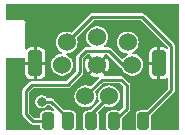
<source format=gbr>
%TF.GenerationSoftware,KiCad,Pcbnew,(6.0.1-0)*%
%TF.CreationDate,2022-07-02T14:58:06-04:00*%
%TF.ProjectId,Saturn 8pin mini DIN mod,53617475-726e-4203-9870-696e206d696e,rev?*%
%TF.SameCoordinates,Original*%
%TF.FileFunction,Copper,L2,Bot*%
%TF.FilePolarity,Positive*%
%FSLAX46Y46*%
G04 Gerber Fmt 4.6, Leading zero omitted, Abs format (unit mm)*
G04 Created by KiCad (PCBNEW (6.0.1-0)) date 2022-07-02 14:58:06*
%MOMM*%
%LPD*%
G01*
G04 APERTURE LIST*
G04 Aperture macros list*
%AMRoundRect*
0 Rectangle with rounded corners*
0 $1 Rounding radius*
0 $2 $3 $4 $5 $6 $7 $8 $9 X,Y pos of 4 corners*
0 Add a 4 corners polygon primitive as box body*
4,1,4,$2,$3,$4,$5,$6,$7,$8,$9,$2,$3,0*
0 Add four circle primitives for the rounded corners*
1,1,$1+$1,$2,$3*
1,1,$1+$1,$4,$5*
1,1,$1+$1,$6,$7*
1,1,$1+$1,$8,$9*
0 Add four rect primitives between the rounded corners*
20,1,$1+$1,$2,$3,$4,$5,0*
20,1,$1+$1,$4,$5,$6,$7,0*
20,1,$1+$1,$6,$7,$8,$9,0*
20,1,$1+$1,$8,$9,$2,$3,0*%
G04 Aperture macros list end*
%TA.AperFunction,SMDPad,CuDef*%
%ADD10RoundRect,0.250000X-0.250000X-0.500000X0.250000X-0.500000X0.250000X0.500000X-0.250000X0.500000X0*%
%TD*%
%TA.AperFunction,ComponentPad*%
%ADD11C,1.524000*%
%TD*%
%TA.AperFunction,ComponentPad*%
%ADD12RoundRect,0.300000X-0.300000X-0.800000X0.300000X-0.800000X0.300000X0.800000X-0.300000X0.800000X0*%
%TD*%
%TA.AperFunction,ViaPad*%
%ADD13C,0.800000*%
%TD*%
%TA.AperFunction,Conductor*%
%ADD14C,0.250000*%
%TD*%
G04 APERTURE END LIST*
D10*
%TO.P,P1,1,CSync*%
%TO.N,/CSync*%
X145920000Y-112250000D03*
%TO.P,P1,2,Audio_L*%
%TO.N,/Audio L*%
X147870000Y-112250000D03*
%TO.P,P1,3,Audio_R*%
%TO.N,/Audio R*%
X149820000Y-112250000D03*
%TO.P,P1,4,+5V*%
%TO.N,/+5V*%
X144230000Y-112250000D03*
%TO.P,P1,7,B*%
%TO.N,/B*%
X152300000Y-112250000D03*
%TD*%
D11*
%TO.P,P2,1,Audio_R*%
%TO.N,/Audio R*%
X147390000Y-110150000D03*
%TO.P,P2,2,Audio_L*%
%TO.N,/Audio L*%
X149390000Y-110150000D03*
%TO.P,P2,3,Sync*%
%TO.N,/Sync_Decoupled*%
X145410000Y-107480000D03*
%TO.P,P2,4,GND_Shield*%
%TO.N,GND*%
X148390000Y-107480000D03*
D12*
X153620000Y-107350000D03*
X143150000Y-107350000D03*
D11*
%TO.P,P2,5,+5V*%
%TO.N,/+5V*%
X151360000Y-107480000D03*
%TO.P,P2,6,B*%
%TO.N,/B*%
X145800000Y-105580000D03*
%TO.P,P2,7,G*%
%TO.N,/G*%
X148390000Y-105140000D03*
%TO.P,P2,8,R*%
%TO.N,/R*%
X150970000Y-105580000D03*
%TD*%
D13*
%TO.N,GND*%
X145860000Y-110230000D03*
%TO.N,/CSync*%
X143680000Y-110600000D03*
%TO.N,GND*%
X154550000Y-103520000D03*
X141610000Y-111990000D03*
X152350000Y-109860000D03*
X154540000Y-111980000D03*
X145320000Y-103280000D03*
%TD*%
D14*
%TO.N,/CSync*%
X143680000Y-110600000D02*
X144500000Y-110600000D01*
X145920000Y-112020000D02*
X145920000Y-112250000D01*
X144500000Y-110600000D02*
X145920000Y-112020000D01*
%TO.N,/+5V*%
X142340000Y-109660000D02*
X142850000Y-109150000D01*
X142950000Y-112250000D02*
X142340000Y-111640000D01*
X142340000Y-111640000D02*
X142340000Y-109660000D01*
X146920000Y-108120000D02*
X146920000Y-106820000D01*
X142850000Y-109150000D02*
X145890000Y-109150000D01*
X144230000Y-112250000D02*
X142950000Y-112250000D01*
X145890000Y-109150000D02*
X146920000Y-108120000D01*
X149350000Y-106290000D02*
X150540000Y-107480000D01*
X150540000Y-107480000D02*
X151360000Y-107480000D01*
X146920000Y-106820000D02*
X147450000Y-106290000D01*
X147450000Y-106290000D02*
X149350000Y-106290000D01*
%TO.N,/B*%
X152300000Y-112250000D02*
X152300000Y-112020000D01*
X152170000Y-103390000D02*
X147990000Y-103390000D01*
X154670000Y-109650000D02*
X154670000Y-105890000D01*
X154670000Y-105890000D02*
X152170000Y-103390000D01*
X152300000Y-112020000D02*
X154670000Y-109650000D01*
X147990000Y-103390000D02*
X145800000Y-105580000D01*
%TO.N,/Audio L*%
X147870000Y-111670000D02*
X147870000Y-112250000D01*
X149390000Y-110150000D02*
X147870000Y-111670000D01*
%TO.N,/Audio R*%
X148810000Y-108730000D02*
X150400000Y-108730000D01*
X150400000Y-108730000D02*
X150890000Y-109220000D01*
X150890000Y-109220000D02*
X150890000Y-111180000D01*
X147390000Y-110150000D02*
X148810000Y-108730000D01*
X150890000Y-111180000D02*
X149820000Y-112250000D01*
%TD*%
%TA.AperFunction,Conductor*%
%TO.N,GND*%
G36*
X155311780Y-102348482D02*
G01*
X155338800Y-102395282D01*
X155340000Y-102409000D01*
X155340000Y-112941000D01*
X155321518Y-112991780D01*
X155274718Y-113018800D01*
X155261000Y-113020000D01*
X153002060Y-113020000D01*
X152951280Y-113001518D01*
X152924260Y-112954718D01*
X152931670Y-112905135D01*
X152942453Y-112883971D01*
X152942454Y-112883969D01*
X152945275Y-112878433D01*
X152960500Y-112782307D01*
X152960499Y-111795980D01*
X152978981Y-111745201D01*
X152983638Y-111740120D01*
X154835476Y-109888282D01*
X154839071Y-109885178D01*
X154843171Y-109883174D01*
X154875331Y-109848505D01*
X154877388Y-109846370D01*
X154890654Y-109833104D01*
X154892716Y-109830098D01*
X154894010Y-109828541D01*
X154896852Y-109825305D01*
X154910540Y-109810549D01*
X154915502Y-109805200D01*
X154920177Y-109793483D01*
X154928405Y-109778074D01*
X154931412Y-109773690D01*
X154931413Y-109773689D01*
X154935540Y-109767672D01*
X154937314Y-109760200D01*
X154941638Y-109741977D01*
X154945127Y-109730946D01*
X154952846Y-109711598D01*
X154952846Y-109711597D01*
X154954914Y-109706414D01*
X154955500Y-109700437D01*
X154955500Y-109692808D01*
X154957635Y-109674567D01*
X154958413Y-109671288D01*
X154960098Y-109664188D01*
X154956222Y-109635709D01*
X154955500Y-109625055D01*
X154955500Y-105941474D01*
X154955847Y-105936745D01*
X154957329Y-105932429D01*
X154955556Y-105885201D01*
X154955500Y-105882238D01*
X154955500Y-105863448D01*
X154954834Y-105859871D01*
X154954645Y-105857828D01*
X154954367Y-105853531D01*
X154953613Y-105833437D01*
X154953613Y-105833435D01*
X154953339Y-105826147D01*
X154948360Y-105814558D01*
X154943283Y-105797845D01*
X154942309Y-105792616D01*
X154942308Y-105792612D01*
X154940972Y-105785441D01*
X154927112Y-105762955D01*
X154921780Y-105752690D01*
X154913555Y-105733547D01*
X154911355Y-105728426D01*
X154907543Y-105723785D01*
X154902152Y-105718394D01*
X154890763Y-105703986D01*
X154888993Y-105701114D01*
X154888990Y-105701111D01*
X154885163Y-105694902D01*
X154862279Y-105677500D01*
X154854235Y-105670477D01*
X152408282Y-103224524D01*
X152405178Y-103220929D01*
X152403174Y-103216829D01*
X152368505Y-103184669D01*
X152366370Y-103182612D01*
X152353104Y-103169346D01*
X152350098Y-103167284D01*
X152348541Y-103165990D01*
X152345305Y-103163148D01*
X152325200Y-103144498D01*
X152313487Y-103139825D01*
X152298075Y-103131596D01*
X152287672Y-103124459D01*
X152261973Y-103118361D01*
X152250942Y-103114872D01*
X152226414Y-103105086D01*
X152220437Y-103104500D01*
X152212807Y-103104500D01*
X152194568Y-103102365D01*
X152184188Y-103099902D01*
X152176958Y-103100886D01*
X152176957Y-103100886D01*
X152155709Y-103103778D01*
X152145055Y-103104500D01*
X148041481Y-103104500D01*
X148036747Y-103104152D01*
X148032429Y-103102670D01*
X147986951Y-103104378D01*
X147985186Y-103104444D01*
X147982222Y-103104500D01*
X147963448Y-103104500D01*
X147959874Y-103105166D01*
X147957843Y-103105353D01*
X147953548Y-103105632D01*
X147949066Y-103105800D01*
X147933434Y-103106387D01*
X147933432Y-103106387D01*
X147926147Y-103106661D01*
X147914554Y-103111641D01*
X147897846Y-103116718D01*
X147885441Y-103119028D01*
X147869935Y-103128586D01*
X147862964Y-103132883D01*
X147852695Y-103138217D01*
X147828426Y-103148644D01*
X147823786Y-103152456D01*
X147818394Y-103157848D01*
X147803986Y-103169237D01*
X147801114Y-103171007D01*
X147801111Y-103171010D01*
X147794902Y-103174837D01*
X147790486Y-103180645D01*
X147777500Y-103197722D01*
X147770477Y-103205765D01*
X146257733Y-104718509D01*
X146208757Y-104741347D01*
X146169743Y-104734819D01*
X146086638Y-104697818D01*
X146082592Y-104696958D01*
X146082589Y-104696957D01*
X145901002Y-104658359D01*
X145900998Y-104658359D01*
X145896959Y-104657500D01*
X145703041Y-104657500D01*
X145699002Y-104658359D01*
X145698998Y-104658359D01*
X145517411Y-104696957D01*
X145517408Y-104696958D01*
X145513362Y-104697818D01*
X145509581Y-104699501D01*
X145509579Y-104699502D01*
X145339998Y-104775004D01*
X145339994Y-104775006D01*
X145336210Y-104776691D01*
X145179327Y-104890673D01*
X145176558Y-104893748D01*
X145176555Y-104893751D01*
X145092031Y-104987625D01*
X145049571Y-105034782D01*
X144952613Y-105202719D01*
X144892689Y-105387145D01*
X144872419Y-105580000D01*
X144872852Y-105584120D01*
X144890570Y-105752690D01*
X144892689Y-105772855D01*
X144952613Y-105957281D01*
X145049571Y-106125218D01*
X145052340Y-106128293D01*
X145176555Y-106266249D01*
X145176558Y-106266252D01*
X145179327Y-106269327D01*
X145336209Y-106383309D01*
X145339993Y-106384994D01*
X145339997Y-106384996D01*
X145387915Y-106406330D01*
X145426788Y-106443869D01*
X145432436Y-106497612D01*
X145402218Y-106542412D01*
X145355783Y-106557500D01*
X145313041Y-106557500D01*
X145309002Y-106558359D01*
X145308998Y-106558359D01*
X145127411Y-106596957D01*
X145127408Y-106596958D01*
X145123362Y-106597818D01*
X145119581Y-106599501D01*
X145119579Y-106599502D01*
X144949998Y-106675004D01*
X144949994Y-106675006D01*
X144946210Y-106676691D01*
X144942856Y-106679128D01*
X144942854Y-106679129D01*
X144858384Y-106740500D01*
X144789327Y-106790673D01*
X144786558Y-106793748D01*
X144786555Y-106793751D01*
X144726666Y-106860265D01*
X144659571Y-106934782D01*
X144562613Y-107102719D01*
X144502689Y-107287145D01*
X144502256Y-107291261D01*
X144502256Y-107291263D01*
X144482852Y-107475880D01*
X144482419Y-107480000D01*
X144482852Y-107484120D01*
X144502035Y-107666628D01*
X144502689Y-107672855D01*
X144562613Y-107857281D01*
X144659571Y-108025218D01*
X144662340Y-108028293D01*
X144786555Y-108166249D01*
X144786558Y-108166252D01*
X144789327Y-108169327D01*
X144946209Y-108283309D01*
X144949993Y-108284994D01*
X144949997Y-108284996D01*
X145119579Y-108360498D01*
X145119581Y-108360499D01*
X145123362Y-108362182D01*
X145127408Y-108363042D01*
X145127411Y-108363043D01*
X145308998Y-108401641D01*
X145309002Y-108401641D01*
X145313041Y-108402500D01*
X145506959Y-108402500D01*
X145510998Y-108401641D01*
X145511002Y-108401641D01*
X145692589Y-108363043D01*
X145692592Y-108363042D01*
X145696638Y-108362182D01*
X145700419Y-108360499D01*
X145700421Y-108360498D01*
X145870003Y-108284996D01*
X145870007Y-108284994D01*
X145873791Y-108283309D01*
X146030673Y-108169327D01*
X146033442Y-108166252D01*
X146033445Y-108166249D01*
X146157660Y-108028293D01*
X146160429Y-108025218D01*
X146257387Y-107857281D01*
X146317311Y-107672855D01*
X146317966Y-107666628D01*
X146337148Y-107484120D01*
X146337581Y-107480000D01*
X146337148Y-107475880D01*
X146317744Y-107291263D01*
X146317744Y-107291261D01*
X146317311Y-107287145D01*
X146257387Y-107102719D01*
X146160429Y-106934782D01*
X146093334Y-106860265D01*
X146033445Y-106793751D01*
X146033442Y-106793748D01*
X146030673Y-106790673D01*
X145873791Y-106676691D01*
X145870007Y-106675006D01*
X145870003Y-106675004D01*
X145822085Y-106653670D01*
X145783212Y-106616131D01*
X145777564Y-106562388D01*
X145807782Y-106517588D01*
X145854217Y-106502500D01*
X145896959Y-106502500D01*
X145900998Y-106501641D01*
X145901002Y-106501641D01*
X146082589Y-106463043D01*
X146082592Y-106463042D01*
X146086638Y-106462182D01*
X146090419Y-106460499D01*
X146090421Y-106460498D01*
X146260003Y-106384996D01*
X146260007Y-106384994D01*
X146263791Y-106383309D01*
X146420673Y-106269327D01*
X146423442Y-106266252D01*
X146423445Y-106266249D01*
X146547660Y-106128293D01*
X146550429Y-106125218D01*
X146647387Y-105957281D01*
X146707311Y-105772855D01*
X146709431Y-105752690D01*
X146727148Y-105584120D01*
X146727581Y-105580000D01*
X146707311Y-105387145D01*
X146647387Y-105202719D01*
X146648397Y-105202391D01*
X146644935Y-105152826D01*
X146665012Y-105118746D01*
X148085119Y-103698639D01*
X148134095Y-103675801D01*
X148140980Y-103675500D01*
X152019020Y-103675500D01*
X152069800Y-103693982D01*
X152074881Y-103698639D01*
X154361361Y-105985119D01*
X154384199Y-106034095D01*
X154384500Y-106040980D01*
X154384500Y-106052891D01*
X154366018Y-106103671D01*
X154319218Y-106130691D01*
X154266000Y-106121307D01*
X154257736Y-106115817D01*
X154196823Y-106069581D01*
X154187530Y-106064345D01*
X154057148Y-106012723D01*
X154047389Y-106010244D01*
X153965094Y-106000286D01*
X153960352Y-106000000D01*
X153758930Y-106000000D01*
X153748259Y-106003884D01*
X153745000Y-106009528D01*
X153745000Y-108686070D01*
X153748884Y-108696741D01*
X153754528Y-108700000D01*
X153960352Y-108700000D01*
X153965094Y-108699714D01*
X154047389Y-108689756D01*
X154057148Y-108687277D01*
X154187530Y-108635655D01*
X154196823Y-108630419D01*
X154257736Y-108584183D01*
X154309359Y-108568203D01*
X154359176Y-108589144D01*
X154383877Y-108637207D01*
X154384500Y-108647109D01*
X154384500Y-109499020D01*
X154366018Y-109549800D01*
X154361361Y-109554881D01*
X152599881Y-111316361D01*
X152550905Y-111339199D01*
X152544020Y-111339500D01*
X152066145Y-111339501D01*
X152017694Y-111339501D01*
X152014632Y-111339986D01*
X152014631Y-111339986D01*
X151927703Y-111353753D01*
X151927702Y-111353753D01*
X151921567Y-111354725D01*
X151805706Y-111413759D01*
X151713759Y-111505706D01*
X151654725Y-111621567D01*
X151653753Y-111627706D01*
X151653752Y-111627708D01*
X151650809Y-111646290D01*
X151639500Y-111717693D01*
X151639501Y-112782306D01*
X151654725Y-112878433D01*
X151657546Y-112883969D01*
X151668330Y-112905135D01*
X151674915Y-112958772D01*
X151645483Y-113004093D01*
X151597940Y-113020000D01*
X150522060Y-113020000D01*
X150471280Y-113001518D01*
X150444260Y-112954718D01*
X150451670Y-112905135D01*
X150462453Y-112883971D01*
X150462454Y-112883969D01*
X150465275Y-112878433D01*
X150480500Y-112782307D01*
X150480499Y-112025981D01*
X150498981Y-111975201D01*
X150503638Y-111970120D01*
X151055476Y-111418282D01*
X151059071Y-111415178D01*
X151063171Y-111413174D01*
X151095331Y-111378505D01*
X151097388Y-111376370D01*
X151110654Y-111363104D01*
X151112716Y-111360098D01*
X151114010Y-111358541D01*
X151116852Y-111355305D01*
X151130540Y-111340549D01*
X151135502Y-111335200D01*
X151140174Y-111323490D01*
X151148406Y-111308073D01*
X151151415Y-111303687D01*
X151151417Y-111303683D01*
X151155541Y-111297671D01*
X151161640Y-111271972D01*
X151165129Y-111260941D01*
X151172846Y-111241598D01*
X151172846Y-111241597D01*
X151174914Y-111236414D01*
X151175500Y-111230437D01*
X151175500Y-111222813D01*
X151177635Y-111204572D01*
X151178414Y-111201289D01*
X151178414Y-111201288D01*
X151180099Y-111194188D01*
X151176222Y-111165702D01*
X151175500Y-111155048D01*
X151175500Y-109271481D01*
X151175848Y-109266747D01*
X151177330Y-109262429D01*
X151175556Y-109215186D01*
X151175500Y-109212222D01*
X151175500Y-109193448D01*
X151174834Y-109189874D01*
X151174647Y-109187843D01*
X151174368Y-109183545D01*
X151173613Y-109163434D01*
X151173613Y-109163432D01*
X151173339Y-109156147D01*
X151168359Y-109144554D01*
X151163282Y-109127846D01*
X151160972Y-109115441D01*
X151147117Y-109092964D01*
X151141782Y-109082694D01*
X151131356Y-109058426D01*
X151127544Y-109053786D01*
X151122152Y-109048394D01*
X151110763Y-109033986D01*
X151108993Y-109031114D01*
X151108990Y-109031111D01*
X151105163Y-109024902D01*
X151082279Y-109007500D01*
X151074235Y-109000477D01*
X150638282Y-108564524D01*
X150635178Y-108560929D01*
X150633174Y-108556829D01*
X150598505Y-108524669D01*
X150596370Y-108522612D01*
X150583104Y-108509346D01*
X150580098Y-108507284D01*
X150578541Y-108505990D01*
X150575305Y-108503148D01*
X150560549Y-108489460D01*
X150555200Y-108484498D01*
X150543487Y-108479825D01*
X150528075Y-108471596D01*
X150517672Y-108464459D01*
X150491973Y-108458361D01*
X150480942Y-108454872D01*
X150456414Y-108445086D01*
X150450437Y-108444500D01*
X150442807Y-108444500D01*
X150424568Y-108442365D01*
X150414188Y-108439902D01*
X150406958Y-108440886D01*
X150406957Y-108440886D01*
X150385709Y-108443778D01*
X150375055Y-108444500D01*
X149028762Y-108444500D01*
X148977982Y-108426018D01*
X148950962Y-108379218D01*
X148960346Y-108326000D01*
X148980124Y-108303248D01*
X149000780Y-108287110D01*
X149006797Y-108277479D01*
X149006159Y-108272936D01*
X148399851Y-107666628D01*
X148389557Y-107661828D01*
X148383263Y-107663514D01*
X147777416Y-108269361D01*
X147772616Y-108279655D01*
X147773954Y-108284650D01*
X147806698Y-108312518D01*
X147813017Y-108316910D01*
X147979519Y-108409965D01*
X147986553Y-108413039D01*
X148167962Y-108471981D01*
X148175475Y-108473633D01*
X148364861Y-108496216D01*
X148372562Y-108496377D01*
X148449213Y-108490479D01*
X148501262Y-108505011D01*
X148531792Y-108549599D01*
X148526519Y-108603381D01*
X148511135Y-108625107D01*
X147847733Y-109288509D01*
X147798757Y-109311347D01*
X147759743Y-109304819D01*
X147676638Y-109267818D01*
X147672592Y-109266958D01*
X147672589Y-109266957D01*
X147491002Y-109228359D01*
X147490998Y-109228359D01*
X147486959Y-109227500D01*
X147293041Y-109227500D01*
X147289002Y-109228359D01*
X147288998Y-109228359D01*
X147107411Y-109266957D01*
X147107408Y-109266958D01*
X147103362Y-109267818D01*
X147099581Y-109269501D01*
X147099579Y-109269502D01*
X146929998Y-109345004D01*
X146929994Y-109345006D01*
X146926210Y-109346691D01*
X146922856Y-109349128D01*
X146922854Y-109349129D01*
X146829238Y-109417145D01*
X146769327Y-109460673D01*
X146766558Y-109463748D01*
X146766555Y-109463751D01*
X146705336Y-109531742D01*
X146639571Y-109604782D01*
X146542613Y-109772719D01*
X146482689Y-109957145D01*
X146462419Y-110150000D01*
X146462852Y-110154120D01*
X146481807Y-110334459D01*
X146482689Y-110342855D01*
X146542613Y-110527281D01*
X146639571Y-110695218D01*
X146642340Y-110698293D01*
X146766555Y-110836249D01*
X146766558Y-110836252D01*
X146769327Y-110839327D01*
X146926209Y-110953309D01*
X146929993Y-110954994D01*
X146929997Y-110954996D01*
X147099579Y-111030498D01*
X147099581Y-111030499D01*
X147103362Y-111032182D01*
X147107408Y-111033042D01*
X147107411Y-111033043D01*
X147288998Y-111071641D01*
X147289002Y-111071641D01*
X147293041Y-111072500D01*
X147486959Y-111072500D01*
X147490998Y-111071641D01*
X147491002Y-111071641D01*
X147672589Y-111033043D01*
X147672592Y-111033042D01*
X147676638Y-111032182D01*
X147680419Y-111030499D01*
X147680421Y-111030498D01*
X147850003Y-110954996D01*
X147850007Y-110954994D01*
X147853791Y-110953309D01*
X148010673Y-110839327D01*
X148013442Y-110836252D01*
X148013445Y-110836249D01*
X148137660Y-110698293D01*
X148140429Y-110695218D01*
X148237387Y-110527281D01*
X148297311Y-110342855D01*
X148298194Y-110334459D01*
X148311433Y-110208494D01*
X148335122Y-110159924D01*
X148355867Y-110150688D01*
X148343565Y-110147160D01*
X148313347Y-110102360D01*
X148311433Y-110091506D01*
X148297744Y-109961263D01*
X148297744Y-109961261D01*
X148297311Y-109957145D01*
X148237387Y-109772719D01*
X148238397Y-109772391D01*
X148234935Y-109722826D01*
X148255012Y-109688746D01*
X148905119Y-109038639D01*
X148954095Y-109015801D01*
X148960980Y-109015500D01*
X150249020Y-109015500D01*
X150299800Y-109033982D01*
X150304881Y-109038639D01*
X150581361Y-109315119D01*
X150604199Y-109364095D01*
X150604500Y-109370980D01*
X150604500Y-111029020D01*
X150586018Y-111079800D01*
X150581361Y-111084881D01*
X150313933Y-111352309D01*
X150264957Y-111375147D01*
X150222208Y-111366838D01*
X150203974Y-111357548D01*
X150203973Y-111357548D01*
X150198433Y-111354725D01*
X150192294Y-111353753D01*
X150192292Y-111353752D01*
X150150975Y-111347208D01*
X150102307Y-111339500D01*
X149820137Y-111339500D01*
X149537694Y-111339501D01*
X149534632Y-111339986D01*
X149534631Y-111339986D01*
X149447703Y-111353753D01*
X149447702Y-111353753D01*
X149441567Y-111354725D01*
X149325706Y-111413759D01*
X149233759Y-111505706D01*
X149174725Y-111621567D01*
X149173753Y-111627706D01*
X149173752Y-111627708D01*
X149170809Y-111646290D01*
X149159500Y-111717693D01*
X149159501Y-112782306D01*
X149174725Y-112878433D01*
X149177546Y-112883969D01*
X149188330Y-112905135D01*
X149194915Y-112958772D01*
X149165483Y-113004093D01*
X149117940Y-113020000D01*
X148572060Y-113020000D01*
X148521280Y-113001518D01*
X148494260Y-112954718D01*
X148501670Y-112905135D01*
X148512453Y-112883971D01*
X148512454Y-112883969D01*
X148515275Y-112878433D01*
X148530500Y-112782307D01*
X148530499Y-111717694D01*
X148528307Y-111703853D01*
X148516247Y-111627703D01*
X148516247Y-111627702D01*
X148515275Y-111621567D01*
X148476159Y-111544797D01*
X148469574Y-111491161D01*
X148490688Y-111453071D01*
X148932267Y-111011492D01*
X148981243Y-110988654D01*
X149020260Y-110995183D01*
X149099579Y-111030498D01*
X149099581Y-111030499D01*
X149103362Y-111032182D01*
X149107408Y-111033042D01*
X149107411Y-111033043D01*
X149288998Y-111071641D01*
X149289002Y-111071641D01*
X149293041Y-111072500D01*
X149486959Y-111072500D01*
X149490998Y-111071641D01*
X149491002Y-111071641D01*
X149672589Y-111033043D01*
X149672592Y-111033042D01*
X149676638Y-111032182D01*
X149680419Y-111030499D01*
X149680421Y-111030498D01*
X149850003Y-110954996D01*
X149850007Y-110954994D01*
X149853791Y-110953309D01*
X150010673Y-110839327D01*
X150013442Y-110836252D01*
X150013445Y-110836249D01*
X150137660Y-110698293D01*
X150140429Y-110695218D01*
X150237387Y-110527281D01*
X150297311Y-110342855D01*
X150298194Y-110334459D01*
X150317148Y-110154120D01*
X150317581Y-110150000D01*
X150297311Y-109957145D01*
X150237387Y-109772719D01*
X150140429Y-109604782D01*
X150074664Y-109531742D01*
X150013445Y-109463751D01*
X150013442Y-109463748D01*
X150010673Y-109460673D01*
X149853791Y-109346691D01*
X149850007Y-109345006D01*
X149850003Y-109345004D01*
X149680421Y-109269502D01*
X149680419Y-109269501D01*
X149676638Y-109267818D01*
X149672592Y-109266958D01*
X149672589Y-109266957D01*
X149491002Y-109228359D01*
X149490998Y-109228359D01*
X149486959Y-109227500D01*
X149293041Y-109227500D01*
X149289002Y-109228359D01*
X149288998Y-109228359D01*
X149107411Y-109266957D01*
X149107408Y-109266958D01*
X149103362Y-109267818D01*
X149099581Y-109269501D01*
X149099579Y-109269502D01*
X148929998Y-109345004D01*
X148929994Y-109345006D01*
X148926210Y-109346691D01*
X148922856Y-109349128D01*
X148922854Y-109349129D01*
X148829238Y-109417145D01*
X148769327Y-109460673D01*
X148766558Y-109463748D01*
X148766555Y-109463751D01*
X148705336Y-109531742D01*
X148639571Y-109604782D01*
X148542613Y-109772719D01*
X148482689Y-109957145D01*
X148482256Y-109961261D01*
X148482256Y-109961263D01*
X148468567Y-110091506D01*
X148444878Y-110140076D01*
X148424133Y-110149312D01*
X148436435Y-110152840D01*
X148466653Y-110197640D01*
X148468567Y-110208494D01*
X148481807Y-110334459D01*
X148482689Y-110342855D01*
X148508362Y-110421869D01*
X148542613Y-110527281D01*
X148541603Y-110527609D01*
X148545065Y-110577174D01*
X148524988Y-110611254D01*
X147819880Y-111316362D01*
X147770904Y-111339200D01*
X147764019Y-111339501D01*
X147587694Y-111339501D01*
X147584632Y-111339986D01*
X147584631Y-111339986D01*
X147497703Y-111353753D01*
X147497702Y-111353753D01*
X147491567Y-111354725D01*
X147375706Y-111413759D01*
X147283759Y-111505706D01*
X147224725Y-111621567D01*
X147223753Y-111627706D01*
X147223752Y-111627708D01*
X147220809Y-111646290D01*
X147209500Y-111717693D01*
X147209501Y-112782306D01*
X147224725Y-112878433D01*
X147227546Y-112883969D01*
X147238330Y-112905135D01*
X147244915Y-112958772D01*
X147215483Y-113004093D01*
X147167940Y-113020000D01*
X146622060Y-113020000D01*
X146571280Y-113001518D01*
X146544260Y-112954718D01*
X146551670Y-112905135D01*
X146562453Y-112883971D01*
X146562454Y-112883969D01*
X146565275Y-112878433D01*
X146580500Y-112782307D01*
X146580499Y-111717694D01*
X146578307Y-111703853D01*
X146566247Y-111627703D01*
X146566247Y-111627702D01*
X146565275Y-111621567D01*
X146506241Y-111505706D01*
X146414294Y-111413759D01*
X146298433Y-111354725D01*
X146292294Y-111353753D01*
X146292292Y-111353752D01*
X146250975Y-111347208D01*
X146202307Y-111339500D01*
X146153899Y-111339500D01*
X145675981Y-111339501D01*
X145625201Y-111321019D01*
X145620120Y-111316362D01*
X144738282Y-110434524D01*
X144735178Y-110430929D01*
X144733174Y-110426829D01*
X144698505Y-110394669D01*
X144696370Y-110392612D01*
X144683104Y-110379346D01*
X144680098Y-110377284D01*
X144678541Y-110375990D01*
X144675305Y-110373148D01*
X144660549Y-110359460D01*
X144655200Y-110354498D01*
X144643487Y-110349825D01*
X144628075Y-110341596D01*
X144617672Y-110334459D01*
X144591973Y-110328361D01*
X144580942Y-110324872D01*
X144556414Y-110315086D01*
X144550437Y-110314500D01*
X144542807Y-110314500D01*
X144524568Y-110312365D01*
X144514188Y-110309902D01*
X144506958Y-110310886D01*
X144506957Y-110310886D01*
X144485709Y-110313778D01*
X144475055Y-110314500D01*
X144206382Y-110314500D01*
X144155602Y-110296018D01*
X144143707Y-110283592D01*
X144082903Y-110204350D01*
X144079754Y-110200246D01*
X144017973Y-110152840D01*
X143966780Y-110113558D01*
X143966778Y-110113557D01*
X143962669Y-110110404D01*
X143957882Y-110108421D01*
X143957880Y-110108420D01*
X143912023Y-110089426D01*
X143826320Y-110053926D01*
X143680000Y-110034663D01*
X143533680Y-110053926D01*
X143447376Y-110089675D01*
X143402121Y-110108420D01*
X143402119Y-110108421D01*
X143397332Y-110110404D01*
X143393223Y-110113557D01*
X143393221Y-110113558D01*
X143340359Y-110154120D01*
X143280246Y-110200246D01*
X143277097Y-110204350D01*
X143206759Y-110296018D01*
X143190404Y-110317332D01*
X143188421Y-110322119D01*
X143188420Y-110322121D01*
X143179832Y-110342855D01*
X143133926Y-110453680D01*
X143114663Y-110600000D01*
X143133926Y-110746320D01*
X143190404Y-110882668D01*
X143193557Y-110886777D01*
X143193558Y-110886779D01*
X143210332Y-110908639D01*
X143280246Y-110999754D01*
X143284350Y-111002903D01*
X143393220Y-111086442D01*
X143393222Y-111086443D01*
X143397331Y-111089596D01*
X143402118Y-111091579D01*
X143402120Y-111091580D01*
X143447977Y-111110574D01*
X143533680Y-111146074D01*
X143680000Y-111165337D01*
X143826320Y-111146074D01*
X143912023Y-111110574D01*
X143957880Y-111091580D01*
X143957882Y-111091579D01*
X143962669Y-111089596D01*
X143966778Y-111086443D01*
X143966780Y-111086442D01*
X144075650Y-111002903D01*
X144079754Y-110999754D01*
X144143707Y-110916408D01*
X144189283Y-110887373D01*
X144206382Y-110885500D01*
X144349020Y-110885500D01*
X144399800Y-110903982D01*
X144404881Y-110908639D01*
X144750227Y-111253985D01*
X144773065Y-111302961D01*
X144759079Y-111355159D01*
X144714813Y-111386154D01*
X144658501Y-111380235D01*
X144613976Y-111357548D01*
X144613969Y-111357546D01*
X144608433Y-111354725D01*
X144602294Y-111353753D01*
X144602292Y-111353752D01*
X144560975Y-111347208D01*
X144512307Y-111339500D01*
X144230137Y-111339500D01*
X143947694Y-111339501D01*
X143944632Y-111339986D01*
X143944631Y-111339986D01*
X143857703Y-111353753D01*
X143857702Y-111353753D01*
X143851567Y-111354725D01*
X143735706Y-111413759D01*
X143643759Y-111505706D01*
X143584725Y-111621567D01*
X143583753Y-111627706D01*
X143583752Y-111627708D01*
X143580809Y-111646290D01*
X143569500Y-111717693D01*
X143569500Y-111885500D01*
X143551018Y-111936280D01*
X143504218Y-111963300D01*
X143490500Y-111964500D01*
X143100980Y-111964500D01*
X143050200Y-111946018D01*
X143045119Y-111941361D01*
X142648639Y-111544881D01*
X142625801Y-111495905D01*
X142625500Y-111489020D01*
X142625500Y-109810980D01*
X142643982Y-109760200D01*
X142648639Y-109755119D01*
X142945119Y-109458639D01*
X142994095Y-109435801D01*
X143000980Y-109435500D01*
X145838526Y-109435500D01*
X145843255Y-109435847D01*
X145847571Y-109437329D01*
X145894799Y-109435556D01*
X145897762Y-109435500D01*
X145916552Y-109435500D01*
X145920129Y-109434834D01*
X145922172Y-109434645D01*
X145926469Y-109434367D01*
X145946563Y-109433613D01*
X145946565Y-109433613D01*
X145953853Y-109433339D01*
X145965442Y-109428360D01*
X145982155Y-109423283D01*
X145987384Y-109422309D01*
X145987388Y-109422308D01*
X145994559Y-109420972D01*
X146017045Y-109407112D01*
X146027310Y-109401780D01*
X146029094Y-109401014D01*
X146051574Y-109391355D01*
X146056215Y-109387543D01*
X146061606Y-109382152D01*
X146076014Y-109370763D01*
X146078886Y-109368993D01*
X146078889Y-109368990D01*
X146085098Y-109365163D01*
X146102500Y-109342278D01*
X146109523Y-109334235D01*
X147085476Y-108358282D01*
X147089071Y-108355178D01*
X147093171Y-108353174D01*
X147125331Y-108318505D01*
X147127388Y-108316370D01*
X147140654Y-108303104D01*
X147142716Y-108300098D01*
X147144010Y-108298541D01*
X147146852Y-108295305D01*
X147160540Y-108280549D01*
X147165502Y-108275200D01*
X147170175Y-108263487D01*
X147178404Y-108248075D01*
X147185541Y-108237672D01*
X147191639Y-108211973D01*
X147195129Y-108200938D01*
X147204914Y-108176414D01*
X147205500Y-108170437D01*
X147205500Y-108162807D01*
X147207635Y-108144566D01*
X147208413Y-108141287D01*
X147210098Y-108134188D01*
X147206222Y-108105709D01*
X147205500Y-108095055D01*
X147205500Y-107469648D01*
X147373525Y-107469648D01*
X147389486Y-107659724D01*
X147390872Y-107667278D01*
X147443449Y-107850635D01*
X147446277Y-107857777D01*
X147533467Y-108027430D01*
X147537626Y-108033884D01*
X147582789Y-108090866D01*
X147592460Y-108096815D01*
X147597092Y-108096131D01*
X148203372Y-107489851D01*
X148207759Y-107480443D01*
X148571828Y-107480443D01*
X148573514Y-107486737D01*
X149179596Y-108092819D01*
X149189890Y-108097619D01*
X149194985Y-108096254D01*
X149218427Y-108069097D01*
X149222860Y-108062813D01*
X149317074Y-107896968D01*
X149320202Y-107889942D01*
X149380407Y-107708956D01*
X149382110Y-107701463D01*
X149406224Y-107510588D01*
X149406532Y-107506178D01*
X149406866Y-107482214D01*
X149406681Y-107477800D01*
X149387907Y-107286328D01*
X149386413Y-107278784D01*
X149331285Y-107096191D01*
X149328355Y-107089080D01*
X149238806Y-106920664D01*
X149234556Y-106914268D01*
X149197519Y-106868857D01*
X149187765Y-106863042D01*
X149182956Y-106863821D01*
X148576628Y-107470149D01*
X148571828Y-107480443D01*
X148207759Y-107480443D01*
X148208172Y-107479557D01*
X148206486Y-107473263D01*
X147600839Y-106867616D01*
X147590545Y-106862816D01*
X147585649Y-106864128D01*
X147553431Y-106902524D01*
X147549081Y-106908877D01*
X147457196Y-107076015D01*
X147454165Y-107083087D01*
X147396493Y-107264894D01*
X147394895Y-107272410D01*
X147373632Y-107461968D01*
X147373525Y-107469648D01*
X147205500Y-107469648D01*
X147205500Y-106970980D01*
X147223982Y-106920200D01*
X147228639Y-106915119D01*
X147545119Y-106598639D01*
X147594095Y-106575801D01*
X147600980Y-106575500D01*
X147697648Y-106575500D01*
X147748428Y-106593982D01*
X147775448Y-106640782D01*
X147770656Y-106666384D01*
X147773860Y-106687083D01*
X148380149Y-107293372D01*
X148390443Y-107298172D01*
X148396737Y-107296486D01*
X149002218Y-106691005D01*
X149007018Y-106680712D01*
X149005473Y-106674945D01*
X149010184Y-106621112D01*
X149048397Y-106582901D01*
X149081782Y-106575500D01*
X149199020Y-106575500D01*
X149249800Y-106593982D01*
X149254881Y-106598639D01*
X150301718Y-107645476D01*
X150304822Y-107649071D01*
X150306826Y-107653171D01*
X150312173Y-107658131D01*
X150341495Y-107685331D01*
X150343630Y-107687388D01*
X150356896Y-107700654D01*
X150359902Y-107702716D01*
X150361459Y-107704010D01*
X150364694Y-107706851D01*
X150384800Y-107725502D01*
X150391576Y-107728205D01*
X150391577Y-107728206D01*
X150396517Y-107730177D01*
X150411926Y-107738405D01*
X150416310Y-107741412D01*
X150422328Y-107745540D01*
X150437638Y-107749173D01*
X150482777Y-107778880D01*
X150494529Y-107801625D01*
X150512613Y-107857281D01*
X150609571Y-108025218D01*
X150612340Y-108028293D01*
X150736555Y-108166249D01*
X150736558Y-108166252D01*
X150739327Y-108169327D01*
X150896209Y-108283309D01*
X150899993Y-108284994D01*
X150899997Y-108284996D01*
X151069579Y-108360498D01*
X151069581Y-108360499D01*
X151073362Y-108362182D01*
X151077408Y-108363042D01*
X151077411Y-108363043D01*
X151258998Y-108401641D01*
X151259002Y-108401641D01*
X151263041Y-108402500D01*
X151456959Y-108402500D01*
X151460998Y-108401641D01*
X151461002Y-108401641D01*
X151642589Y-108363043D01*
X151642592Y-108363042D01*
X151646638Y-108362182D01*
X151650419Y-108360499D01*
X151650421Y-108360498D01*
X151820003Y-108284996D01*
X151820007Y-108284994D01*
X151823791Y-108283309D01*
X151951735Y-108190352D01*
X152770000Y-108190352D01*
X152770286Y-108195094D01*
X152780244Y-108277389D01*
X152782723Y-108287148D01*
X152834345Y-108417530D01*
X152839581Y-108426823D01*
X152924184Y-108538282D01*
X152931718Y-108545816D01*
X153043177Y-108630419D01*
X153052470Y-108635655D01*
X153182852Y-108687277D01*
X153192611Y-108689756D01*
X153274906Y-108699714D01*
X153279648Y-108700000D01*
X153481070Y-108700000D01*
X153491741Y-108696116D01*
X153495000Y-108690472D01*
X153495000Y-107488930D01*
X153491116Y-107478259D01*
X153485472Y-107475000D01*
X152783930Y-107475000D01*
X152773259Y-107478884D01*
X152770000Y-107484528D01*
X152770000Y-108190352D01*
X151951735Y-108190352D01*
X151980673Y-108169327D01*
X151983442Y-108166252D01*
X151983445Y-108166249D01*
X152107660Y-108028293D01*
X152110429Y-108025218D01*
X152207387Y-107857281D01*
X152267311Y-107672855D01*
X152267966Y-107666628D01*
X152287148Y-107484120D01*
X152287581Y-107480000D01*
X152287148Y-107475880D01*
X152267744Y-107291263D01*
X152267744Y-107291261D01*
X152267311Y-107287145D01*
X152242593Y-107211070D01*
X152770000Y-107211070D01*
X152773884Y-107221741D01*
X152779528Y-107225000D01*
X153481070Y-107225000D01*
X153491741Y-107221116D01*
X153495000Y-107215472D01*
X153495000Y-106013930D01*
X153491116Y-106003259D01*
X153485472Y-106000000D01*
X153279648Y-106000000D01*
X153274906Y-106000286D01*
X153192611Y-106010244D01*
X153182852Y-106012723D01*
X153052470Y-106064345D01*
X153043177Y-106069581D01*
X152931718Y-106154184D01*
X152924184Y-106161718D01*
X152839581Y-106273177D01*
X152834345Y-106282470D01*
X152782723Y-106412852D01*
X152780244Y-106422611D01*
X152770286Y-106504906D01*
X152770000Y-106509648D01*
X152770000Y-107211070D01*
X152242593Y-107211070D01*
X152207387Y-107102719D01*
X152110429Y-106934782D01*
X152043334Y-106860265D01*
X151983445Y-106793751D01*
X151983442Y-106793748D01*
X151980673Y-106790673D01*
X151823791Y-106676691D01*
X151820007Y-106675006D01*
X151820003Y-106675004D01*
X151650421Y-106599502D01*
X151650419Y-106599501D01*
X151646638Y-106597818D01*
X151642592Y-106596958D01*
X151642589Y-106596957D01*
X151461002Y-106558359D01*
X151460998Y-106558359D01*
X151456959Y-106557500D01*
X151414217Y-106557500D01*
X151363437Y-106539018D01*
X151336417Y-106492218D01*
X151345801Y-106439000D01*
X151382085Y-106406330D01*
X151430003Y-106384996D01*
X151430007Y-106384994D01*
X151433791Y-106383309D01*
X151590673Y-106269327D01*
X151593442Y-106266252D01*
X151593445Y-106266249D01*
X151717660Y-106128293D01*
X151720429Y-106125218D01*
X151817387Y-105957281D01*
X151877311Y-105772855D01*
X151879431Y-105752690D01*
X151897148Y-105584120D01*
X151897581Y-105580000D01*
X151877311Y-105387145D01*
X151817387Y-105202719D01*
X151720429Y-105034782D01*
X151677969Y-104987625D01*
X151593445Y-104893751D01*
X151593442Y-104893748D01*
X151590673Y-104890673D01*
X151433791Y-104776691D01*
X151430007Y-104775006D01*
X151430003Y-104775004D01*
X151260421Y-104699502D01*
X151260419Y-104699501D01*
X151256638Y-104697818D01*
X151252592Y-104696958D01*
X151252589Y-104696957D01*
X151071002Y-104658359D01*
X151070998Y-104658359D01*
X151066959Y-104657500D01*
X150873041Y-104657500D01*
X150869002Y-104658359D01*
X150868998Y-104658359D01*
X150687411Y-104696957D01*
X150687408Y-104696958D01*
X150683362Y-104697818D01*
X150679581Y-104699501D01*
X150679579Y-104699502D01*
X150509998Y-104775004D01*
X150509994Y-104775006D01*
X150506210Y-104776691D01*
X150349327Y-104890673D01*
X150346558Y-104893748D01*
X150346555Y-104893751D01*
X150262031Y-104987625D01*
X150219571Y-105034782D01*
X150122613Y-105202719D01*
X150062689Y-105387145D01*
X150042419Y-105580000D01*
X150042852Y-105584120D01*
X150060570Y-105752690D01*
X150062689Y-105772855D01*
X150122613Y-105957281D01*
X150219571Y-106125218D01*
X150222340Y-106128293D01*
X150346555Y-106266249D01*
X150346558Y-106266252D01*
X150349327Y-106269327D01*
X150506209Y-106383309D01*
X150509993Y-106384994D01*
X150509997Y-106384996D01*
X150679579Y-106460498D01*
X150679581Y-106460499D01*
X150683362Y-106462182D01*
X150687408Y-106463042D01*
X150687411Y-106463043D01*
X150868998Y-106501641D01*
X150869002Y-106501641D01*
X150873041Y-106502500D01*
X150915784Y-106502500D01*
X150966564Y-106520982D01*
X150993584Y-106567782D01*
X150984200Y-106621000D01*
X150947916Y-106653670D01*
X150899998Y-106675004D01*
X150899994Y-106675006D01*
X150896210Y-106676691D01*
X150892856Y-106679128D01*
X150892854Y-106679129D01*
X150808384Y-106740500D01*
X150739327Y-106790673D01*
X150736558Y-106793748D01*
X150736555Y-106793751D01*
X150676666Y-106860265D01*
X150609571Y-106934782D01*
X150583805Y-106979411D01*
X150542411Y-107014145D01*
X150488372Y-107014146D01*
X150459529Y-106995771D01*
X149588282Y-106124524D01*
X149585178Y-106120929D01*
X149583174Y-106116829D01*
X149548505Y-106084669D01*
X149546370Y-106082612D01*
X149533104Y-106069346D01*
X149530098Y-106067284D01*
X149528541Y-106065990D01*
X149525305Y-106063148D01*
X149505200Y-106044498D01*
X149493487Y-106039825D01*
X149478075Y-106031596D01*
X149467672Y-106024459D01*
X149441973Y-106018361D01*
X149430942Y-106014872D01*
X149406414Y-106005086D01*
X149400437Y-106004500D01*
X149392807Y-106004500D01*
X149374568Y-106002365D01*
X149364188Y-105999902D01*
X149356958Y-106000886D01*
X149356957Y-106000886D01*
X149335709Y-106003778D01*
X149325055Y-106004500D01*
X149012705Y-106004500D01*
X148961925Y-105986018D01*
X148934905Y-105939218D01*
X148944289Y-105886000D01*
X148966270Y-105861588D01*
X149007320Y-105831763D01*
X149010673Y-105829327D01*
X149013442Y-105826252D01*
X149013445Y-105826249D01*
X149126116Y-105701114D01*
X149140429Y-105685218D01*
X149237387Y-105517281D01*
X149297311Y-105332855D01*
X149317581Y-105140000D01*
X149297311Y-104947145D01*
X149237387Y-104762719D01*
X149140429Y-104594782D01*
X149097969Y-104547625D01*
X149013445Y-104453751D01*
X149013442Y-104453748D01*
X149010673Y-104450673D01*
X148853791Y-104336691D01*
X148850007Y-104335006D01*
X148850003Y-104335004D01*
X148680421Y-104259502D01*
X148680419Y-104259501D01*
X148676638Y-104257818D01*
X148672592Y-104256958D01*
X148672589Y-104256957D01*
X148491002Y-104218359D01*
X148490998Y-104218359D01*
X148486959Y-104217500D01*
X148293041Y-104217500D01*
X148289002Y-104218359D01*
X148288998Y-104218359D01*
X148107411Y-104256957D01*
X148107408Y-104256958D01*
X148103362Y-104257818D01*
X148099581Y-104259501D01*
X148099579Y-104259502D01*
X147929998Y-104335004D01*
X147929994Y-104335006D01*
X147926210Y-104336691D01*
X147769327Y-104450673D01*
X147766558Y-104453748D01*
X147766555Y-104453751D01*
X147682031Y-104547625D01*
X147639571Y-104594782D01*
X147542613Y-104762719D01*
X147482689Y-104947145D01*
X147462419Y-105140000D01*
X147482689Y-105332855D01*
X147542613Y-105517281D01*
X147639571Y-105685218D01*
X147653884Y-105701114D01*
X147766555Y-105826249D01*
X147766558Y-105826252D01*
X147769327Y-105829327D01*
X147772680Y-105831763D01*
X147813730Y-105861588D01*
X147843948Y-105906389D01*
X147838300Y-105960132D01*
X147799427Y-105997670D01*
X147767295Y-106004500D01*
X147501473Y-106004500D01*
X147496744Y-106004153D01*
X147492428Y-106002671D01*
X147445201Y-106004444D01*
X147442237Y-106004500D01*
X147423448Y-106004500D01*
X147419871Y-106005166D01*
X147417828Y-106005355D01*
X147413531Y-106005633D01*
X147393437Y-106006387D01*
X147393435Y-106006387D01*
X147386147Y-106006661D01*
X147374558Y-106011640D01*
X147357845Y-106016717D01*
X147352616Y-106017691D01*
X147352612Y-106017692D01*
X147345441Y-106019028D01*
X147329935Y-106028586D01*
X147322955Y-106032888D01*
X147312690Y-106038220D01*
X147288426Y-106048645D01*
X147283785Y-106052457D01*
X147278394Y-106057848D01*
X147263986Y-106069237D01*
X147261114Y-106071007D01*
X147261111Y-106071010D01*
X147254902Y-106074837D01*
X147250486Y-106080645D01*
X147237500Y-106097722D01*
X147230477Y-106105765D01*
X146754524Y-106581718D01*
X146750929Y-106584822D01*
X146746829Y-106586826D01*
X146735871Y-106598639D01*
X146714669Y-106621495D01*
X146712612Y-106623630D01*
X146699346Y-106636896D01*
X146697284Y-106639902D01*
X146695990Y-106641459D01*
X146693149Y-106644694D01*
X146674498Y-106664800D01*
X146671795Y-106671576D01*
X146669825Y-106676513D01*
X146661596Y-106691925D01*
X146654459Y-106702328D01*
X146648390Y-106727903D01*
X146648361Y-106728027D01*
X146644872Y-106739058D01*
X146635086Y-106763586D01*
X146634500Y-106769563D01*
X146634500Y-106777193D01*
X146632365Y-106795432D01*
X146629902Y-106805812D01*
X146630886Y-106813042D01*
X146630886Y-106813043D01*
X146633778Y-106834291D01*
X146634500Y-106844945D01*
X146634500Y-107969020D01*
X146616018Y-108019800D01*
X146611361Y-108024881D01*
X145794881Y-108841361D01*
X145745905Y-108864199D01*
X145739020Y-108864500D01*
X142901474Y-108864500D01*
X142896745Y-108864153D01*
X142892429Y-108862671D01*
X142845202Y-108864444D01*
X142842238Y-108864500D01*
X142823448Y-108864500D01*
X142819871Y-108865166D01*
X142817828Y-108865355D01*
X142813531Y-108865633D01*
X142793437Y-108866387D01*
X142793435Y-108866387D01*
X142786147Y-108866661D01*
X142774558Y-108871640D01*
X142757845Y-108876717D01*
X142752616Y-108877691D01*
X142752612Y-108877692D01*
X142745441Y-108879028D01*
X142726354Y-108890793D01*
X142722955Y-108892888D01*
X142712690Y-108898220D01*
X142688426Y-108908645D01*
X142683785Y-108912457D01*
X142678394Y-108917848D01*
X142663986Y-108929237D01*
X142661114Y-108931007D01*
X142661111Y-108931010D01*
X142654902Y-108934837D01*
X142650486Y-108940645D01*
X142637500Y-108957722D01*
X142630477Y-108965765D01*
X142174524Y-109421718D01*
X142170929Y-109424822D01*
X142166829Y-109426826D01*
X142134669Y-109461495D01*
X142132612Y-109463630D01*
X142119346Y-109476896D01*
X142117284Y-109479902D01*
X142115990Y-109481459D01*
X142113149Y-109484694D01*
X142094498Y-109504800D01*
X142091795Y-109511576D01*
X142089825Y-109516513D01*
X142081596Y-109531925D01*
X142074459Y-109542328D01*
X142068390Y-109567903D01*
X142068361Y-109568027D01*
X142064872Y-109579058D01*
X142055086Y-109603586D01*
X142054500Y-109609563D01*
X142054500Y-109617193D01*
X142052365Y-109635432D01*
X142049902Y-109645812D01*
X142050886Y-109653042D01*
X142050886Y-109653043D01*
X142053778Y-109674291D01*
X142054500Y-109684945D01*
X142054500Y-111588526D01*
X142054153Y-111593255D01*
X142052671Y-111597571D01*
X142054444Y-111644798D01*
X142054500Y-111647762D01*
X142054500Y-111666552D01*
X142055166Y-111670129D01*
X142055355Y-111672172D01*
X142055633Y-111676469D01*
X142056661Y-111703853D01*
X142061640Y-111715442D01*
X142066717Y-111732155D01*
X142067691Y-111737384D01*
X142067692Y-111737388D01*
X142069028Y-111744559D01*
X142072855Y-111750767D01*
X142082888Y-111767045D01*
X142088220Y-111777310D01*
X142098645Y-111801574D01*
X142102457Y-111806215D01*
X142107848Y-111811606D01*
X142119237Y-111826014D01*
X142121007Y-111828886D01*
X142121010Y-111828889D01*
X142124837Y-111835098D01*
X142145782Y-111851025D01*
X142147722Y-111852500D01*
X142155765Y-111859523D01*
X142711718Y-112415476D01*
X142714822Y-112419071D01*
X142716826Y-112423171D01*
X142722173Y-112428131D01*
X142751495Y-112455331D01*
X142753630Y-112457388D01*
X142766896Y-112470654D01*
X142769902Y-112472716D01*
X142771459Y-112474010D01*
X142774694Y-112476851D01*
X142794800Y-112495502D01*
X142801576Y-112498205D01*
X142801577Y-112498206D01*
X142806517Y-112500177D01*
X142821926Y-112508405D01*
X142826310Y-112511412D01*
X142832328Y-112515540D01*
X142839424Y-112517224D01*
X142839426Y-112517225D01*
X142858023Y-112521638D01*
X142869055Y-112525127D01*
X142893586Y-112534914D01*
X142899563Y-112535500D01*
X142907192Y-112535500D01*
X142925434Y-112537635D01*
X142935812Y-112540098D01*
X142943042Y-112539114D01*
X142943043Y-112539114D01*
X142964291Y-112536222D01*
X142974945Y-112535500D01*
X143490501Y-112535500D01*
X143541281Y-112553982D01*
X143568301Y-112600782D01*
X143569501Y-112614500D01*
X143569501Y-112782306D01*
X143584725Y-112878433D01*
X143587546Y-112883969D01*
X143598330Y-112905135D01*
X143604915Y-112958772D01*
X143575483Y-113004093D01*
X143527940Y-113020000D01*
X140739000Y-113020000D01*
X140688220Y-113001518D01*
X140661200Y-112954718D01*
X140660000Y-112941000D01*
X140660000Y-108190352D01*
X142300000Y-108190352D01*
X142300286Y-108195094D01*
X142310244Y-108277389D01*
X142312723Y-108287148D01*
X142364345Y-108417530D01*
X142369581Y-108426823D01*
X142454184Y-108538282D01*
X142461718Y-108545816D01*
X142573177Y-108630419D01*
X142582470Y-108635655D01*
X142712852Y-108687277D01*
X142722611Y-108689756D01*
X142804906Y-108699714D01*
X142809648Y-108700000D01*
X143011070Y-108700000D01*
X143021741Y-108696116D01*
X143025000Y-108690472D01*
X143025000Y-108686070D01*
X143275000Y-108686070D01*
X143278884Y-108696741D01*
X143284528Y-108700000D01*
X143490352Y-108700000D01*
X143495094Y-108699714D01*
X143577389Y-108689756D01*
X143587148Y-108687277D01*
X143717530Y-108635655D01*
X143726823Y-108630419D01*
X143838282Y-108545816D01*
X143845816Y-108538282D01*
X143930419Y-108426823D01*
X143935655Y-108417530D01*
X143987277Y-108287148D01*
X143989756Y-108277389D01*
X143999714Y-108195094D01*
X144000000Y-108190352D01*
X144000000Y-107488930D01*
X143996116Y-107478259D01*
X143990472Y-107475000D01*
X143288930Y-107475000D01*
X143278259Y-107478884D01*
X143275000Y-107484528D01*
X143275000Y-108686070D01*
X143025000Y-108686070D01*
X143025000Y-107488930D01*
X143021116Y-107478259D01*
X143015472Y-107475000D01*
X142313930Y-107475000D01*
X142303259Y-107478884D01*
X142300000Y-107484528D01*
X142300000Y-108190352D01*
X140660000Y-108190352D01*
X140660000Y-106989000D01*
X140678482Y-106938220D01*
X140725282Y-106911200D01*
X140739000Y-106910000D01*
X142124954Y-106910000D01*
X142131298Y-106910399D01*
X142139347Y-106913489D01*
X142164973Y-106910524D01*
X142174051Y-106910000D01*
X142179494Y-106910000D01*
X142184123Y-106908863D01*
X142184736Y-106908789D01*
X142193331Y-106907243D01*
X142211918Y-106905092D01*
X142264487Y-106917614D01*
X142296707Y-106960997D01*
X142300000Y-106983568D01*
X142300000Y-107211070D01*
X142303884Y-107221741D01*
X142309528Y-107225000D01*
X143011070Y-107225000D01*
X143021741Y-107221116D01*
X143025000Y-107215472D01*
X143025000Y-107211070D01*
X143275000Y-107211070D01*
X143278884Y-107221741D01*
X143284528Y-107225000D01*
X143986070Y-107225000D01*
X143996741Y-107221116D01*
X144000000Y-107215472D01*
X144000000Y-106509648D01*
X143999714Y-106504906D01*
X143989756Y-106422611D01*
X143987277Y-106412852D01*
X143935655Y-106282470D01*
X143930419Y-106273177D01*
X143845816Y-106161718D01*
X143838282Y-106154184D01*
X143726823Y-106069581D01*
X143717530Y-106064345D01*
X143587148Y-106012723D01*
X143577389Y-106010244D01*
X143495094Y-106000286D01*
X143490352Y-106000000D01*
X143288930Y-106000000D01*
X143278259Y-106003884D01*
X143275000Y-106009528D01*
X143275000Y-107211070D01*
X143025000Y-107211070D01*
X143025000Y-106013930D01*
X143021116Y-106003259D01*
X143015472Y-106000000D01*
X142809648Y-106000000D01*
X142804906Y-106000286D01*
X142722611Y-106010244D01*
X142712852Y-106012723D01*
X142582470Y-106064345D01*
X142573177Y-106069581D01*
X142461718Y-106154184D01*
X142454861Y-106161041D01*
X142405885Y-106183879D01*
X142353687Y-106169893D01*
X142322692Y-106125627D01*
X142320000Y-106105180D01*
X142320000Y-103915046D01*
X142320399Y-103908702D01*
X142323489Y-103900653D01*
X142320524Y-103875027D01*
X142320000Y-103865949D01*
X142320000Y-103860506D01*
X142318863Y-103855877D01*
X142318789Y-103855264D01*
X142317243Y-103846669D01*
X142315552Y-103832056D01*
X142315552Y-103832055D01*
X142314453Y-103822560D01*
X142309263Y-103814923D01*
X142308890Y-103813711D01*
X142308239Y-103812623D01*
X142306036Y-103803654D01*
X142289980Y-103785443D01*
X142283908Y-103777615D01*
X142270265Y-103757539D01*
X142262127Y-103753176D01*
X142261234Y-103752273D01*
X142260154Y-103751611D01*
X142254047Y-103744684D01*
X142231374Y-103735980D01*
X142222372Y-103731858D01*
X142207381Y-103723820D01*
X142207379Y-103723819D01*
X142200981Y-103720389D01*
X142197902Y-103720000D01*
X142195046Y-103720000D01*
X142188702Y-103719601D01*
X142180653Y-103716511D01*
X142155027Y-103719476D01*
X142145949Y-103720000D01*
X140739000Y-103720000D01*
X140688220Y-103701518D01*
X140661200Y-103654718D01*
X140660000Y-103641000D01*
X140660000Y-102409000D01*
X140678482Y-102358220D01*
X140725282Y-102331200D01*
X140739000Y-102330000D01*
X155261000Y-102330000D01*
X155311780Y-102348482D01*
G37*
%TD.AperFunction*%
%TD*%
M02*

</source>
